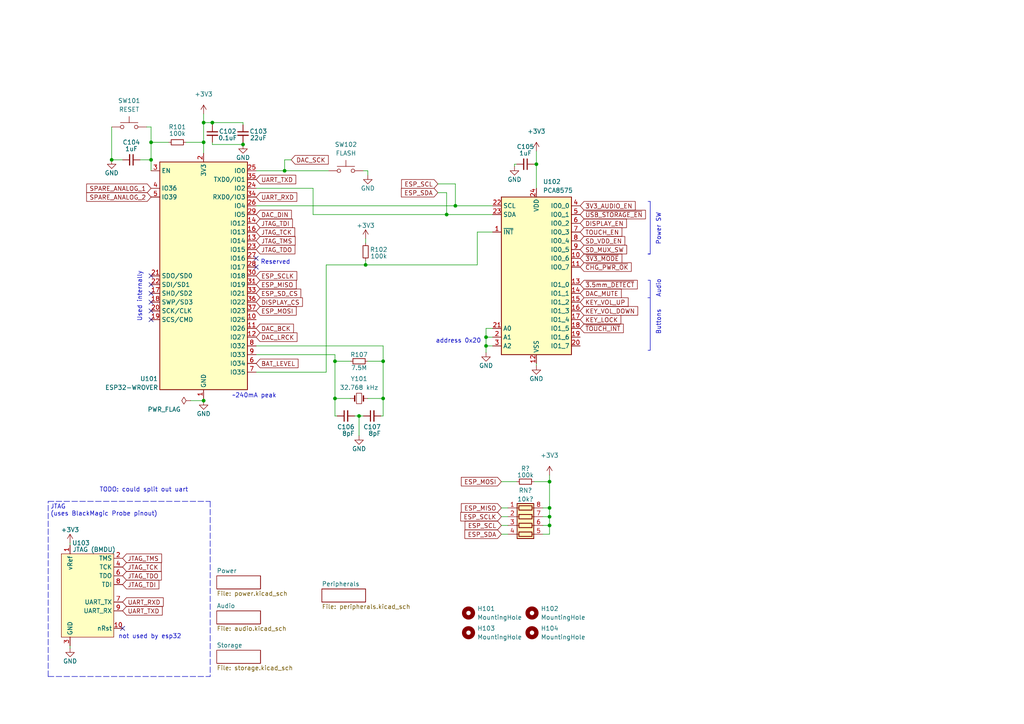
<source format=kicad_sch>
(kicad_sch (version 20211123) (generator eeschema)
  (paper "A4")
  (title_block (date "2022-09-04") (rev "1"))
  (lib_symbols
    (symbol "Device:C_Small" (pin_numbers hide) (pin_names (offset 0.254) hide)
      (property "Reference" "C" (at 0.254 1.778 0))
      (property "Value" "C_Small" (at 0.254 -2.032 0))
      (symbol "C_Small_0_1"
        (polyline (pts (xy -1.524 -0.508) (xy 1.524 -0.508)) (stroke (width 0.3302)))
        (polyline (pts (xy -1.524 0.508) (xy 1.524 0.508)) (stroke (width 0.3048)))
      )
      (symbol "C_Small_1_1"
        (pin passive line (at 0 2.54 270) (length 2.032) (name "~") (number "1"))
        (pin passive line (at 0 -2.54 90) (length 2.032) (name "~") (number "2"))
      )
    )
    (symbol "Device:Crystal_Small" (pin_numbers hide) (pin_names (offset 1.016) hide)
      (property "Reference" "Y" (at 0 2.54 0))
      (property "Value" "Crystal_Small" (at 0 -2.54 0))
      (symbol "Crystal_Small_0_1"
        (rectangle (start -0.762 -1.524) (end 0.762 1.524))
        (polyline (pts (xy -1.27 -0.762) (xy -1.27 0.762)) (stroke (width 0.381)))
        (polyline (pts (xy 1.27 -0.762) (xy 1.27 0.762)) (stroke (width 0.381)))
      )
      (symbol "Crystal_Small_1_1"
        (pin passive line (at -2.54 0 0) (length 1.27) (name "1") (number "1"))
        (pin passive line (at 2.54 0 180) (length 1.27) (name "2") (number "2"))
      )
    )
    (symbol "Device:R_Pack04" (pin_names (offset 0) hide)
      (property "Reference" "RN" (at -7.62 0 90))
      (property "Value" "R_Pack04" (at 5.08 0 90))
      (symbol "R_Pack04_0_1"
        (rectangle (start -6.35 -2.413) (end 3.81 2.413) (stroke (width 0.254)) (fill (type background)))
        (rectangle (start -5.715 1.905) (end -4.445 -1.905) (stroke (width 0.254)))
        (rectangle (start -3.175 1.905) (end -1.905 -1.905) (stroke (width 0.254)))
        (rectangle (start -0.635 1.905) (end 0.635 -1.905) (stroke (width 0.254)))
        (polyline (pts (xy -5.08 -2.54) (xy -5.08 -1.905)))
        (polyline (pts (xy -5.08 1.905) (xy -5.08 2.54)))
        (polyline (pts (xy -2.54 -2.54) (xy -2.54 -1.905)))
        (polyline (pts (xy -2.54 1.905) (xy -2.54 2.54)))
        (polyline (pts (xy 0 -2.54) (xy 0 -1.905)))
        (polyline (pts (xy 0 1.905) (xy 0 2.54)))
        (polyline (pts (xy 2.54 -2.54) (xy 2.54 -1.905)))
        (polyline (pts (xy 2.54 1.905) (xy 2.54 2.54)))
        (rectangle (start 1.905 1.905) (end 3.175 -1.905) (stroke (width 0.254)))
      )
      (symbol "R_Pack04_1_1"
        (pin passive line (at -5.08 -5.08 90) (length 2.54) (name "R1.1") (number "1"))
        (pin passive line (at -2.54 -5.08 90) (length 2.54) (name "R2.1") (number "2"))
        (pin passive line (at 0 -5.08 90) (length 2.54) (name "R3.1") (number "3"))
        (pin passive line (at 2.54 -5.08 90) (length 2.54) (name "R4.1") (number "4"))
        (pin passive line (at 2.54 5.08 270) (length 2.54) (name "R4.2") (number "5"))
        (pin passive line (at 0 5.08 270) (length 2.54) (name "R3.2") (number "6"))
        (pin passive line (at -2.54 5.08 270) (length 2.54) (name "R2.2") (number "7"))
        (pin passive line (at -5.08 5.08 270) (length 2.54) (name "R1.2") (number "8"))
      )
    )
    (symbol "Device:R_Small" (pin_numbers hide) (pin_names (offset 0.254) hide)
      (property "Reference" "R" (at 0.762 0.508 0))
      (property "Value" "R_Small" (at 0.762 -1.016 0))
      (symbol "R_Small_0_1"
        (rectangle (start -0.762 1.778) (end 0.762 -1.778) (stroke (width 0.2032)))
      )
      (symbol "R_Small_1_1"
        (pin passive line (at 0 2.54 270) (length 0.762) (name "~") (number "1"))
        (pin passive line (at 0 -2.54 90) (length 0.762) (name "~") (number "2"))
      )
    )
    (symbol "Interface_Expansion:PCA9555D"
      (property "Reference" "U" (at -8.89 24.13 0))
      (property "Value" "PCA9555D" (at 6.35 24.13 0))
      (symbol "PCA9555D_0_1"
        (rectangle (start -10.16 22.86) (end 10.16 -22.86) (stroke (width 0.254)) (fill (type background)))
      )
      (symbol "PCA9555D_1_1"
        (pin open_collector line (at -12.7 12.7 0) (length 2.54) (name "~{INT}") (number "1"))
        (pin bidirectional line (at 12.7 5.08 180) (length 2.54) (name "IO0_6") (number "10"))
        (pin bidirectional line (at 12.7 2.54 180) (length 2.54) (name "IO0_7") (number "11"))
        (pin power_in line (at 0 -25.4 90) (length 2.54) (name "VSS") (number "12"))
        (pin bidirectional line (at 12.7 -2.54 180) (length 2.54) (name "IO1_0") (number "13"))
        (pin bidirectional line (at 12.7 -5.08 180) (length 2.54) (name "IO1_1") (number "14"))
        (pin bidirectional line (at 12.7 -7.62 180) (length 2.54) (name "IO1_2") (number "15"))
        (pin bidirectional line (at 12.7 -10.16 180) (length 2.54) (name "IO1_3") (number "16"))
        (pin bidirectional line (at 12.7 -12.7 180) (length 2.54) (name "IO1_4") (number "17"))
        (pin bidirectional line (at 12.7 -15.24 180) (length 2.54) (name "IO1_5") (number "18"))
        (pin bidirectional line (at 12.7 -17.78 180) (length 2.54) (name "IO1_6") (number "19"))
        (pin input line (at -12.7 -17.78 0) (length 2.54) (name "A1") (number "2"))
        (pin bidirectional line (at 12.7 -20.32 180) (length 2.54) (name "IO1_7") (number "20"))
        (pin input line (at -12.7 -15.24 0) (length 2.54) (name "A0") (number "21"))
        (pin input line (at -12.7 20.32 0) (length 2.54) (name "SCL") (number "22"))
        (pin bidirectional line (at -12.7 17.78 0) (length 2.54) (name "SDA") (number "23"))
        (pin power_in line (at 0 25.4 270) (length 2.54) (name "VDD") (number "24"))
        (pin input line (at -12.7 -20.32 0) (length 2.54) (name "A2") (number "3"))
        (pin bidirectional line (at 12.7 20.32 180) (length 2.54) (name "IO0_0") (number "4"))
        (pin bidirectional line (at 12.7 17.78 180) (length 2.54) (name "IO0_1") (number "5"))
        (pin bidirectional line (at 12.7 15.24 180) (length 2.54) (name "IO0_2") (number "6"))
        (pin bidirectional line (at 12.7 12.7 180) (length 2.54) (name "IO0_3") (number "7"))
        (pin bidirectional line (at 12.7 10.16 180) (length 2.54) (name "IO0_4") (number "8"))
        (pin bidirectional line (at 12.7 7.62 180) (length 2.54) (name "IO0_5") (number "9"))
      )
    )
    (symbol "Mechanical:MountingHole" (pin_names (offset 1.016))
      (property "Reference" "H" (at 0 5.08 0))
      (property "Value" "MountingHole" (at 0 3.175 0))
      (symbol "MountingHole_0_1"
        (circle (center 0 0) (radius 1.27) (stroke (width 1.27)))
      )
    )
    (symbol "RF_Module:ESP32-WROOM-32U"
      (property "Reference" "U101" (at -18.415 -29.845 0))
      (property "Value" "ESP32-WROOM-32UE" (at -34.29 -32.385 0))
      (symbol "ESP32-WROOM-32U_0_1"
        (rectangle (start -12.7 33.02) (end 12.7 -33.02) (stroke (width 0.254)) (fill (type background)))
      )
      (symbol "ESP32-WROOM-32U_1_1"
        (pin power_in line (at 0 -35.56 90) (length 2.54) (name "GND") (number "1"))
        (pin bidirectional line (at 15.24 -12.7 180) (length 2.54) (name "IO25") (number "10"))
        (pin bidirectional line (at 15.24 -15.24 180) (length 2.54) (name "IO26") (number "11"))
        (pin bidirectional line (at 15.24 -17.78 180) (length 2.54) (name "IO27") (number "12"))
        (pin bidirectional line (at 15.24 10.16 180) (length 2.54) (name "IO14") (number "13"))
        (pin bidirectional line (at 15.24 15.24 180) (length 2.54) (name "IO12") (number "14"))
        (pin passive line (at 0 -35.56 90) (length 2.54) hide (name "GND") (number "15"))
        (pin bidirectional line (at 15.24 12.7 180) (length 2.54) (name "IO13") (number "16"))
        (pin bidirectional line (at -15.24 -5.08 0) (length 2.54) (name "SHD/SD2") (number "17"))
        (pin bidirectional line (at -15.24 -7.62 0) (length 2.54) (name "SWP/SD3") (number "18"))
        (pin bidirectional line (at -15.24 -12.7 0) (length 2.54) (name "SCS/CMD") (number "19"))
        (pin power_in line (at 0 35.56 270) (length 2.54) (name "3V3") (number "2"))
        (pin bidirectional line (at -15.24 -10.16 0) (length 2.54) (name "SCK/CLK") (number "20"))
        (pin bidirectional line (at -15.24 0 0) (length 2.54) (name "SDO/SD0") (number "21"))
        (pin bidirectional line (at -15.24 -2.54 0) (length 2.54) (name "SDI/SD1") (number "22"))
        (pin bidirectional line (at 15.24 7.62 180) (length 2.54) (name "IO15") (number "23"))
        (pin bidirectional line (at 15.24 25.4 180) (length 2.54) (name "IO2") (number "24"))
        (pin bidirectional line (at 15.24 30.48 180) (length 2.54) (name "IO0") (number "25"))
        (pin bidirectional line (at 15.24 20.32 180) (length 2.54) (name "IO4") (number "26"))
        (pin bidirectional line (at 15.24 5.08 180) (length 2.54) (name "IO16") (number "27"))
        (pin bidirectional line (at 15.24 2.54 180) (length 2.54) (name "IO17") (number "28"))
        (pin bidirectional line (at 15.24 17.78 180) (length 2.54) (name "IO5") (number "29"))
        (pin input line (at -15.24 30.48 0) (length 2.54) (name "EN") (number "3"))
        (pin bidirectional line (at 15.24 0 180) (length 2.54) (name "IO18") (number "30"))
        (pin bidirectional line (at 15.24 -2.54 180) (length 2.54) (name "IO19") (number "31"))
        (pin no_connect line (at -12.7 -27.94 0) (length 2.54) hide (name "NC") (number "32"))
        (pin bidirectional line (at 15.24 -5.08 180) (length 2.54) (name "IO21") (number "33"))
        (pin bidirectional line (at 15.24 22.86 180) (length 2.54) (name "RXD0/IO3") (number "34"))
        (pin bidirectional line (at 15.24 27.94 180) (length 2.54) (name "TXD0/IO1") (number "35"))
        (pin bidirectional line (at 15.24 -7.62 180) (length 2.54) (name "IO22") (number "36"))
        (pin bidirectional line (at 15.24 -10.16 180) (length 2.54) (name "IO23") (number "37"))
        (pin passive line (at 0 -35.56 90) (length 2.54) hide (name "GND") (number "38"))
        (pin passive line (at 0 -35.56 90) (length 2.54) hide (name "GND") (number "39"))
        (pin input line (at -15.24 25.4 0) (length 2.54) (name "IO36") (number "4"))
        (pin input line (at -15.24 22.86 0) (length 2.54) (name "IO39") (number "5"))
        (pin input line (at 15.24 -25.4 180) (length 2.54) (name "IO34") (number "6"))
        (pin input line (at 15.24 -27.94 180) (length 2.54) (name "IO35") (number "7"))
        (pin bidirectional line (at 15.24 -20.32 180) (length 2.54) (name "IO32") (number "8"))
        (pin bidirectional line (at 15.24 -22.86 180) (length 2.54) (name "IO33") (number "9"))
      )
    )
    (symbol "Switch:SW_Push" (pin_numbers hide) (pin_names (offset 1.016) hide)
      (property "Reference" "SW" (at 1.27 2.54 0))
      (property "Value" "SW_Push" (at 0 -1.524 0))
      (symbol "SW_Push_0_1"
        (circle (center -2.032 0) (radius 0.508))
        (polyline (pts (xy 0 1.27) (xy 0 3.048)))
        (polyline (pts (xy 2.54 1.27) (xy -2.54 1.27)))
        (circle (center 2.032 0) (radius 0.508))
        (pin passive line (at -5.08 0 0) (length 2.54) (name "1") (number "1"))
        (pin passive line (at 5.08 0 180) (length 2.54) (name "2") (number "2"))
      )
    )
    (symbol "power:+3V3" (power) (pin_names (offset 0))
      (property "Value" "+3V3" (at 0 3.556 0))
      (symbol "+3V3_0_1"
        (polyline (pts (xy -0.762 1.27) (xy 0 2.54)))
        (polyline (pts (xy 0 0) (xy 0 2.54)))
        (polyline (pts (xy 0 2.54) (xy 0.762 1.27)))
      )
      (symbol "+3V3_1_1"
        (pin power_in line (at 0 0 90) (length 0) hide (name "+3V3") (number "1"))
      )
    )
    (symbol "power:GND" (power) (pin_names (offset 0))
      (property "Value" "GND" (at 0 -3.81 0))
      (symbol "GND_0_1"
        (polyline (pts (xy 0 0) (xy 0 -1.27) (xy 1.27 -1.27) (xy 0 -2.54) (xy -1.27 -1.27) (xy 0 -1.27)))
      )
      (symbol "GND_1_1"
        (pin power_in line (at 0 0 270) (length 0) hide (name "GND") (number "1"))
      )
    )
    (symbol "power:PWR_FLAG" (power) (pin_numbers hide) (pin_names (offset 0) hide)
      (property "Value" "PWR_FLAG" (at 0 3.81 0))
      (symbol "PWR_FLAG_0_0"
        (pin power_out line (at 0 0 90) (length 0) (name "pwr") (number "1"))
      )
      (symbol "PWR_FLAG_0_1"
        (polyline (pts (xy 0 0) (xy 0 1.27) (xy -1.016 1.905) (xy 0 2.54) (xy 1.016 1.905) (xy 0 1.27)))
      )
    )
    (symbol "symbols:BMDU"
      (property "Reference" "U" (at -5.08 6.35 0))
      (property "Value" "BMDU" (at -5.08 6.35 0))
      (symbol "BMDU_0_0"
        (pin unspecified line (at -5.08 20.32 270) (length 2.54) (name "vRef") (number "1"))
        (pin unspecified line (at 10.16 -3.81 180) (length 2.54) (name "nRst") (number "10"))
        (pin unspecified line (at 10.16 16.51 180) (length 2.54) (name "TMS") (number "2"))
        (pin unspecified line (at -5.08 -8.89 90) (length 2.54) (name "GND") (number "3"))
        (pin unspecified line (at 10.16 13.97 180) (length 2.54) (name "TCK") (number "4"))
        (pin unspecified line (at -5.08 -8.89 90) (length 2.54) hide (name "GND") (number "5"))
        (pin unspecified line (at 10.16 11.43 180) (length 2.54) (name "TDO") (number "6"))
        (pin unspecified line (at 10.16 3.81 180) (length 2.54) (name "UART_TX") (number "7"))
        (pin unspecified line (at 10.16 8.89 180) (length 2.54) (name "TDI") (number "8"))
        (pin unspecified line (at 10.16 1.27 180) (length 2.54) (name "UART_RX") (number "9"))
      )
      (symbol "BMDU_0_1"
        (rectangle (start -7.62 17.78) (end 7.62 -6.35) (fill (type background)))
      )
    )
  )
  (junction (at 59.055 41.275))
  (junction (at 97.155 104.775))
  (junction (at 159.385 139.7))
  (junction (at 106.045 76.835))
  (junction (at 82.55 49.53))
  (junction (at 132.08 59.69))
  (junction (at 140.97 100.33))
  (junction (at 104.14 120.65))
  (junction (at 70.485 41.91))
  (junction (at 32.385 46.355))
  (junction (at 129.54 62.23))
  (junction (at 159.385 149.86))
  (junction (at 43.815 46.355))
  (junction (at 140.97 97.79))
  (junction (at 61.595 35.56))
  (junction (at 111.125 104.775))
  (junction (at 159.385 147.32))
  (junction (at 59.055 35.56))
  (junction (at 111.125 115.57))
  (junction (at 97.155 115.57))
  (junction (at 159.385 152.4))
  (junction (at 43.815 41.275))
  (junction (at 155.575 47.625))
  (junction (at 59.055 116.205))
  (no_connect (at 43.815 80.01))
  (no_connect (at 43.815 82.55))
  (no_connect (at 43.815 85.09))
  (no_connect (at 43.815 87.63))
  (no_connect (at 43.815 90.17))
  (no_connect (at 43.815 92.71))
  (no_connect (at 74.295 74.93))
  (no_connect (at 74.295 77.47))
  (no_connect (at 35.56 182.245))
  (wire (pts (xy 145.415 152.4) (xy 147.32 152.4)))
  (wire (pts (xy 142.875 97.79) (xy 140.97 97.79)))
  (wire (pts (xy 97.155 115.57) (xy 101.6 115.57)))
  (wire (pts (xy 157.48 152.4) (xy 159.385 152.4)))
  (wire (pts (xy 149.86 47.625) (xy 149.225 47.625)))
  (wire (pts (xy 111.125 104.775) (xy 111.125 115.57)))
  (wire (pts (xy 138.43 76.835) (xy 106.045 76.835)))
  (wire (pts (xy 82.55 46.355) (xy 82.55 49.53)))
  (wire (pts (xy 140.97 95.25) (xy 140.97 97.79)))
  (wire (pts (xy 154.94 139.7) (xy 159.385 139.7)))
  (wire (pts (xy 145.415 149.86) (xy 147.32 149.86)))
  (wire (pts (xy 42.545 36.83) (xy 43.815 36.83)))
  (polyline (pts (xy 187.96 73.66) (xy 188.595 73.66)) (stroke (width 0) (type solid)))
  (wire (pts (xy 97.155 115.57) (xy 97.155 120.65)))
  (wire (pts (xy 106.68 49.53) (xy 106.68 50.8)))
  (polyline (pts (xy 187.96 81.28) (xy 188.595 81.28)) (stroke (width 0) (type solid)))
  (wire (pts (xy 74.295 100.33) (xy 111.125 100.33)))
  (wire (pts (xy 61.595 41.275) (xy 61.595 41.91)))
  (wire (pts (xy 32.385 36.83) (xy 32.385 46.355)))
  (wire (pts (xy 74.295 102.87) (xy 97.155 102.87)))
  (wire (pts (xy 159.385 149.86) (xy 159.385 152.4)))
  (wire (pts (xy 59.055 35.56) (xy 59.055 41.275)))
  (wire (pts (xy 90.805 54.61) (xy 90.805 62.23)))
  (wire (pts (xy 53.975 41.275) (xy 59.055 41.275)))
  (wire (pts (xy 127 53.34) (xy 132.08 53.34)))
  (wire (pts (xy 74.295 54.61) (xy 90.805 54.61)))
  (polyline (pts (xy 188.595 58.42) (xy 188.595 73.66)) (stroke (width 0) (type solid)))
  (wire (pts (xy 145.415 147.32) (xy 147.32 147.32)))
  (wire (pts (xy 43.815 36.83) (xy 43.815 41.275)))
  (wire (pts (xy 145.415 139.7) (xy 149.86 139.7)))
  (wire (pts (xy 104.14 120.65) (xy 104.14 126.365)))
  (wire (pts (xy 40.64 46.355) (xy 43.815 46.355)))
  (wire (pts (xy 59.055 116.205) (xy 59.055 115.57)))
  (wire (pts (xy 43.815 41.275) (xy 43.815 46.355)))
  (wire (pts (xy 159.385 147.32) (xy 159.385 149.86)))
  (wire (pts (xy 61.595 35.56) (xy 70.485 35.56)))
  (wire (pts (xy 20.32 157.48) (xy 20.32 158.115)))
  (wire (pts (xy 155.575 106.045) (xy 155.575 105.41)))
  (polyline (pts (xy 13.97 196.215) (xy 13.97 145.415)))
  (wire (pts (xy 74.295 49.53) (xy 82.55 49.53)))
  (wire (pts (xy 111.125 100.33) (xy 111.125 104.775)))
  (wire (pts (xy 155.575 43.815) (xy 155.575 47.625)))
  (wire (pts (xy 157.48 149.86) (xy 159.385 149.86)))
  (wire (pts (xy 159.385 152.4) (xy 159.385 154.94)))
  (wire (pts (xy 159.385 154.94) (xy 157.48 154.94)))
  (wire (pts (xy 70.485 36.195) (xy 70.485 35.56)))
  (wire (pts (xy 84.455 46.355) (xy 82.55 46.355)))
  (wire (pts (xy 102.87 120.65) (xy 104.14 120.65)))
  (wire (pts (xy 59.055 41.275) (xy 59.055 44.45)))
  (wire (pts (xy 138.43 67.31) (xy 142.875 67.31)))
  (wire (pts (xy 97.155 104.775) (xy 101.6 104.775)))
  (wire (pts (xy 97.155 104.775) (xy 97.155 115.57)))
  (wire (pts (xy 105.41 49.53) (xy 106.68 49.53)))
  (wire (pts (xy 82.55 49.53) (xy 95.25 49.53)))
  (wire (pts (xy 132.08 59.69) (xy 142.875 59.69)))
  (wire (pts (xy 111.125 115.57) (xy 111.125 120.65)))
  (wire (pts (xy 138.43 67.31) (xy 138.43 76.835)))
  (wire (pts (xy 32.385 46.355) (xy 35.56 46.355)))
  (wire (pts (xy 74.295 59.69) (xy 132.08 59.69)))
  (polyline (pts (xy 187.96 86.36) (xy 188.595 86.36)) (stroke (width 0) (type solid)))
  (polyline (pts (xy 188.595 86.36) (xy 188.595 101.6)) (stroke (width 0) (type solid)))
  (wire (pts (xy 59.055 33.02) (xy 59.055 35.56)))
  (wire (pts (xy 97.155 102.87) (xy 97.155 104.775)))
  (wire (pts (xy 59.055 35.56) (xy 61.595 35.56)))
  (wire (pts (xy 61.595 41.91) (xy 70.485 41.91)))
  (polyline (pts (xy 187.96 86.36) (xy 188.595 86.36)) (stroke (width 0) (type solid)))
  (wire (pts (xy 140.97 97.79) (xy 140.97 100.33)))
  (wire (pts (xy 129.54 55.88) (xy 129.54 62.23)))
  (polyline (pts (xy 187.96 101.6) (xy 188.595 101.6)) (stroke (width 0) (type solid)))
  (wire (pts (xy 74.295 107.95) (xy 94.615 107.95)))
  (wire (pts (xy 55.245 116.205) (xy 59.055 116.205)))
  (polyline (pts (xy 187.96 73.66) (xy 188.595 73.66)) (stroke (width 0) (type solid)))
  (wire (pts (xy 43.815 46.355) (xy 43.815 49.53)))
  (wire (pts (xy 106.045 70.485) (xy 106.045 69.215)))
  (wire (pts (xy 48.895 41.275) (xy 43.815 41.275)))
  (wire (pts (xy 149.225 47.625) (xy 149.225 48.26)))
  (wire (pts (xy 106.68 104.775) (xy 111.125 104.775)))
  (polyline (pts (xy 13.97 145.415) (xy 60.96 145.415)))
  (wire (pts (xy 154.94 47.625) (xy 155.575 47.625)))
  (wire (pts (xy 157.48 147.32) (xy 159.385 147.32)))
  (wire (pts (xy 142.875 100.33) (xy 140.97 100.33)))
  (wire (pts (xy 155.575 47.625) (xy 155.575 54.61)))
  (wire (pts (xy 159.385 139.7) (xy 159.385 147.32)))
  (wire (pts (xy 110.49 120.65) (xy 111.125 120.65)))
  (wire (pts (xy 104.14 120.65) (xy 105.41 120.65)))
  (wire (pts (xy 132.08 53.34) (xy 132.08 59.69)))
  (wire (pts (xy 129.54 62.23) (xy 142.875 62.23)))
  (polyline (pts (xy 187.96 86.36) (xy 188.595 86.36)))
  (wire (pts (xy 61.595 35.56) (xy 61.595 36.195)))
  (wire (pts (xy 127 55.88) (xy 129.54 55.88)))
  (wire (pts (xy 70.485 41.91) (xy 70.485 41.275)))
  (wire (pts (xy 94.615 76.835) (xy 94.615 107.95)))
  (wire (pts (xy 140.97 100.33) (xy 140.97 102.235)))
  (wire (pts (xy 97.79 120.65) (xy 97.155 120.65)))
  (polyline (pts (xy 13.97 196.215) (xy 60.96 196.215)))
  (wire (pts (xy 90.805 62.23) (xy 129.54 62.23)))
  (wire (pts (xy 20.32 187.325) (xy 20.32 187.96)))
  (wire (pts (xy 106.045 75.565) (xy 106.045 76.835)))
  (polyline (pts (xy 188.595 81.28) (xy 188.595 86.36)) (stroke (width 0) (type solid)))
  (polyline (pts (xy 60.96 145.415) (xy 60.96 196.215)))
  (wire (pts (xy 106.045 76.835) (xy 94.615 76.835)))
  (wire (pts (xy 145.415 154.94) (xy 147.32 154.94)))
  (wire (pts (xy 106.68 115.57) (xy 111.125 115.57)))
  (wire (pts (xy 159.385 137.795) (xy 159.385 139.7)))
  (polyline (pts (xy 187.96 58.42) (xy 188.595 58.42)) (stroke (width 0) (type solid)))
  (wire (pts (xy 142.875 95.25) (xy 140.97 95.25)))
  (text "Audio" (at 191.77 86.36 90) (effects (font (size 1.27 1.27)) (justify left bottom)))
  (text "Buttons" (at 191.77 97.155 90) (effects (font (size 1.27 1.27)) (justify left bottom)))
  (text "~240mA peak" (at 67.31 115.57 0) (effects (font (size 1.27 1.27)) (justify left bottom)))
  (text "Power SW" (at 191.77 71.12 90) (effects (font (size 1.27 1.27)) (justify left bottom)))
  (text "TODO: could split out uart" (at 54.61 142.875 180) (effects (font (size 1.27 1.27)) (justify right bottom)))
  (text "not used by esp32" (at 34.29 185.42 0) (effects (font (size 1.27 1.27)) (justify left bottom)))
  (text "Used internally" (at 41.275 93.345 90) (effects (font (size 1.27 1.27)) (justify left bottom)))
  (text "address 0x20" (at 126.365 99.695 0) (effects (font (size 1.27 1.27)) (justify left bottom)))
  (text "JTAG\n(uses BlackMagic Probe pinout)" (at 14.605 149.86 0) (effects (font (size 1.27 1.27)) (justify left bottom)))
  (text "Reserved" (at 75.565 76.835 0) (effects (font (size 1.27 1.27)) (justify left bottom)))
  (global_label "UART_TXD" (shape input) (at 74.295 52.07 0) (property "Intersheet References" "${INTERSHEET_REFS}" (effects hide)))
  (global_label "JTAG_TDI" (shape input) (at 35.56 169.545 0) (property "Intersheet References" "${INTERSHEET_REFS}" (effects hide)))
  (global_label "JTAG_TCK" (shape input) (at 35.56 164.465 0) (property "Intersheet References" "${INTERSHEET_REFS}" (effects hide)))
  (global_label "JTAG_TDO" (shape input) (at 35.56 167.005 0) (property "Intersheet References" "${INTERSHEET_REFS}" (effects hide)))
  (global_label "KEY_VOL_DOWN" (shape input) (at 168.275 90.17 0) (property "Intersheet References" "${INTERSHEET_REFS}" (effects hide)))
  (global_label "DAC_LRCK" (shape input) (at 74.295 97.79 0) (property "Intersheet References" "${INTERSHEET_REFS}" (effects hide)))
  (global_label "BAT_LEVEL" (shape input) (at 74.295 105.41 0) (property "Intersheet References" "${INTERSHEET_REFS}" (effects hide)))
  (global_label "UART_RXD" (shape input) (at 74.295 57.15 0) (property "Intersheet References" "${INTERSHEET_REFS}" (effects hide)))
  (global_label "DAC_SCK" (shape input) (at 84.455 46.355 0) (property "Intersheet References" "${INTERSHEET_REFS}" (effects hide)))
  (global_label "ESP_MOSI" (shape input) (at 74.295 90.17 0) (property "Intersheet References" "${INTERSHEET_REFS}" (effects hide)))
  (global_label "DAC_BCK" (shape input) (at 74.295 95.25 0) (property "Intersheet References" "${INTERSHEET_REFS}" (effects hide)))
  (global_label "~{TOUCH_INT}" (shape input) (at 168.275 95.25 0) (property "Intersheet References" "${INTERSHEET_REFS}" (effects hide)))
  (global_label "DISPLAY_EN" (shape input) (at 168.275 64.77 0) (property "Intersheet References" "${INTERSHEET_REFS}" (effects hide)))
  (global_label "SPARE_ANALOG_1" (shape input) (at 43.815 54.61 180) (property "Intersheet References" "${INTERSHEET_REFS}" (effects hide)))
  (global_label "KEY_VOL_UP" (shape input) (at 168.275 87.63 0) (property "Intersheet References" "${INTERSHEET_REFS}" (effects hide)))
  (global_label "ESP_SCL" (shape input) (at 145.415 152.4 180) (property "Intersheet References" "${INTERSHEET_REFS}" (effects hide)))
  (global_label "~{CHG_PWR_OK}" (shape input) (at 168.275 77.47 0) (property "Intersheet References" "${INTERSHEET_REFS}" (effects hide)))
  (global_label "ESP_SDA" (shape input) (at 145.415 154.94 180) (property "Intersheet References" "${INTERSHEET_REFS}" (effects hide)))
  (global_label "ESP_SD_CS" (shape input) (at 74.295 85.09 0) (property "Intersheet References" "${INTERSHEET_REFS}" (effects hide)))
  (global_label "3V3_AUDIO_EN" (shape input) (at 168.275 59.69 0) (property "Intersheet References" "${INTERSHEET_REFS}" (effects hide)))
  (global_label "JTAG_TCK" (shape input) (at 74.295 67.31 0) (property "Intersheet References" "${INTERSHEET_REFS}" (effects hide)))
  (global_label "ESP_SCLK" (shape input) (at 145.415 149.86 180) (property "Intersheet References" "${INTERSHEET_REFS}" (effects hide)))
  (global_label "DAC_MUTE" (shape input) (at 168.275 85.09 0) (property "Intersheet References" "${INTERSHEET_REFS}" (effects hide)))
  (global_label "JTAG_TDO" (shape input) (at 74.295 72.39 0) (property "Intersheet References" "${INTERSHEET_REFS}" (effects hide)))
  (global_label "SD_VDD_EN" (shape input) (at 168.275 69.85 0) (property "Intersheet References" "${INTERSHEET_REFS}" (effects hide)))
  (global_label "~{USB_STORAGE_EN}" (shape input) (at 168.275 62.23 0) (property "Intersheet References" "${INTERSHEET_REFS}" (effects hide)))
  (global_label "TOUCH_EN" (shape input) (at 168.275 67.31 0) (property "Intersheet References" "${INTERSHEET_REFS}" (effects hide)))
  (global_label "ESP_MISO" (shape input) (at 74.295 82.55 0) (property "Intersheet References" "${INTERSHEET_REFS}" (effects hide)))
  (global_label "~{3.5mm_DETECT}" (shape input) (at 168.275 82.55 0) (property "Intersheet References" "${INTERSHEET_REFS}" (effects hide)))
  (global_label "UART_TXD" (shape input) (at 35.56 177.165 0) (property "Intersheet References" "${INTERSHEET_REFS}" (effects hide)))
  (global_label "KEY_LOCK" (shape input) (at 168.275 92.71 0) (property "Intersheet References" "${INTERSHEET_REFS}" (effects hide)))
  (global_label "ESP_MOSI" (shape input) (at 145.415 139.7 180) (property "Intersheet References" "${INTERSHEET_REFS}" (effects hide)))
  (global_label "JTAG_TDI" (shape input) (at 74.295 64.77 0) (property "Intersheet References" "${INTERSHEET_REFS}" (effects hide)))
  (global_label "ESP_SCLK" (shape input) (at 74.295 80.01 0) (property "Intersheet References" "${INTERSHEET_REFS}" (effects hide)))
  (global_label "SD_MUX_SW" (shape input) (at 168.275 72.39 0) (property "Intersheet References" "${INTERSHEET_REFS}" (effects hide)))
  (global_label "DISPLAY_CS" (shape input) (at 74.295 87.63 0) (property "Intersheet References" "${INTERSHEET_REFS}" (effects hide)))
  (global_label "UART_RXD" (shape input) (at 35.56 174.625 0) (property "Intersheet References" "${INTERSHEET_REFS}" (effects hide)))
  (global_label "JTAG_TMS" (shape input) (at 74.295 69.85 0) (property "Intersheet References" "${INTERSHEET_REFS}" (effects hide)))
  (global_label "SPARE_ANALOG_2" (shape input) (at 43.815 57.15 180) (property "Intersheet References" "${INTERSHEET_REFS}" (effects hide)))
  (global_label "~{3V3_MODE}" (shape input) (at 168.275 74.93 0) (property "Intersheet References" "${INTERSHEET_REFS}" (effects hide)))
  (global_label "ESP_SDA" (shape input) (at 127 55.88 180) (property "Intersheet References" "${INTERSHEET_REFS}" (effects hide)))
  (global_label "ESP_SCL" (shape input) (at 127 53.34 180) (property "Intersheet References" "${INTERSHEET_REFS}" (effects hide)))
  (global_label "DAC_DIN" (shape input) (at 74.295 62.23 0) (property "Intersheet References" "${INTERSHEET_REFS}" (effects hide)))
  (global_label "ESP_MISO" (shape input) (at 145.415 147.32 180) (property "Intersheet References" "${INTERSHEET_REFS}" (effects hide)))
  (global_label "JTAG_TMS" (shape input) (at 35.56 161.925 0) (property "Intersheet References" "${INTERSHEET_REFS}" (effects hide)))
  (symbol (lib_id "Switch:SW_Push") (at 37.465 36.83 0) (unit 1)
    (property "Reference" "SW101" (at 37.465 29.21 0))
    (property "Value" "RESET" (at 37.465 31.75 0))
  )
  (symbol (lib_id "power:GND") (at 59.055 116.205 0) (unit 1)
    (property "Reference" "#PWR0115" (effects hide))
    (property "Value" "GND" (at 59.055 120.015 0))
  )
  (symbol (lib_id "power:+3V3") (at 20.32 157.48 0) (unit 1)
    (property "Reference" "#PWR0117" (effects hide))
    (property "Value" "+3V3" (at 20.32 153.67 0))
  )
  (symbol (lib_id "Device:C_Small") (at 152.4 47.625 270) (unit 1)
    (property "Reference" "C105" (at 152.4 42.545 90))
    (property "Value" "1uF" (at 152.4 44.45 90))
    (property "Footprint" "Capacitor_SMD:C_0805_2012Metric" (effects hide))
    (property "PN" "EMK212BJ105KG-T" (effects hide))
  )
  (symbol (lib_id "Mechanical:MountingHole") (at 135.89 183.515 0) (unit 1) (in_bom no)
    (property "Reference" "H103" (at 138.43 182.2449 0) (effects (justify left)))
    (property "Value" "MountingHole" (at 138.43 184.7849 0) (effects (justify left)))
    (property "Footprint" "MountingHole:MountingHole_2.2mm_M2" (effects hide))
  )
  (symbol (lib_id "RF_Module:ESP32-WROOM-32U") (at 59.055 80.01 0) (unit 1)
    (property "Reference" "U101" (at 40.64 109.855 0) (effects (justify left)))
    (property "Value" "ESP32-WROVER" (at 30.48 112.395 0) (effects (justify left)))
    (property "Footprint" "footprints:ESP32-WROVER" (effects hide))
    (property "Datasheet" "https://www.espressif.com/sites/default/files/documentation/esp32-wroom-32d_esp32-wroom-32u_datasheet_en.pdf" (effects hide))
    (property "PN" "ESP32-WROVER-IE-N16R8" (effects hide))
  )
  (symbol (lib_id "Device:R_Small") (at 152.4 139.7 270) (mirror x) (unit 1)
    (property "Reference" "R?" (at 152.4 135.89 90))
    (property "Value" "100k" (at 152.4 137.795 90))
    (property "Footprint" "Resistor_SMD:R_0603_1608Metric" (effects hide))
    (property "PN" "RC0603JR-10100KL" (effects hide))
  )
  (symbol (lib_id "Device:C_Small") (at 107.95 120.65 90) (unit 1)
    (property "Reference" "C107" (at 110.49 123.825 90) (effects (justify left)))
    (property "Value" "8pF" (at 110.49 125.73 90) (effects (justify left)))
    (property "Footprint" "Capacitor_SMD:C_0603_1608Metric" (effects hide))
    (property "PN" "GQM1875C2E8R0CB12D" (effects hide))
  )
  (symbol (lib_id "Device:C_Small") (at 61.595 38.735 0) (unit 1)
    (property "Reference" "C102" (at 66.04 38.1 0))
    (property "Value" "0.1uF" (at 66.04 40.005 0))
    (property "Footprint" "Capacitor_SMD:C_0805_2012Metric" (effects hide))
    (property "PN" "0805YD104KAT2A" (effects hide))
  )
  (symbol (lib_id "power:GND") (at 20.32 187.96 0) (unit 1)
    (property "Reference" "#PWR0118" (effects hide))
    (property "Value" "GND" (at 20.32 191.77 0))
  )
  (symbol (lib_id "power:GND") (at 106.68 50.8 0) (unit 1)
    (property "Reference" "#PWR0127" (effects hide))
    (property "Value" "GND" (at 106.68 54.61 0))
  )
  (symbol (lib_id "Interface_Expansion:PCA9555D") (at 155.575 80.01 0) (unit 1)
    (property "Reference" "U102" (at 157.48 52.705 0) (effects (justify left)))
    (property "Value" "PCA8575" (at 157.48 55.245 0) (effects (justify left)))
    (property "Footprint" "Package_SO:SSOP-24_3.9x8.7mm_P0.635mm" (effects hide))
    (property "Datasheet" "https://www.nxp.com/docs/en/data-sheet/PCA9555.pdf" (effects hide))
    (property "PN" "PCA8575" (effects hide))
  )
  (symbol (lib_id "power:GND") (at 32.385 46.355 0) (unit 1)
    (property "Reference" "#PWR0107" (effects hide))
    (property "Value" "GND" (at 32.385 50.165 0))
  )
  (symbol (lib_id "power:GND") (at 149.225 48.26 0) (unit 1)
    (property "Reference" "#PWR0108" (effects hide))
    (property "Value" "GND" (at 149.225 52.07 0))
  )
  (symbol (lib_id "Device:R_Small") (at 104.14 104.775 90) (unit 1)
    (property "Reference" "R107" (at 104.14 102.87 90))
    (property "Value" "7.5M" (at 104.14 106.68 90))
    (property "Footprint" "Resistor_SMD:R_0603_1608Metric" (effects hide))
    (property "PN" "RC0603FR-077M5L" (effects hide))
  )
  (symbol (lib_id "power:+3V3") (at 159.385 137.795 0) (unit 1)
    (property "Reference" "#PWR?" (effects hide))
    (property "Value" "+3V3" (at 159.385 132.08 0))
  )
  (symbol (lib_id "Device:R_Small") (at 51.435 41.275 90) (unit 1)
    (property "Reference" "R101" (at 51.435 36.83 90))
    (property "Value" "100k" (at 51.435 38.735 90))
    (property "Footprint" "Resistor_SMD:R_0603_1608Metric" (effects hide))
    (property "PN" "RC0603JR-10100KL" (effects hide))
  )
  (symbol (lib_id "Device:C_Small") (at 100.33 120.65 90) (unit 1)
    (property "Reference" "C106" (at 102.87 123.825 90) (effects (justify left)))
    (property "Value" "8pF" (at 102.87 125.73 90) (effects (justify left)))
    (property "Footprint" "Capacitor_SMD:C_0603_1608Metric" (effects hide))
    (property "PN" "GQM1875C2E8R0CB12D" (effects hide))
  )
  (symbol (lib_id "Device:R_Small") (at 106.045 73.025 0) (unit 1)
    (property "Reference" "R102" (at 109.855 72.39 0))
    (property "Value" "100k" (at 109.855 74.295 0))
    (property "Footprint" "Resistor_SMD:R_0603_1608Metric" (effects hide))
    (property "PN" "RC0603JR-10100KL" (effects hide))
  )
  (symbol (lib_id "power:GND") (at 140.97 102.235 0) (unit 1)
    (property "Reference" "#PWR0113" (effects hide))
    (property "Value" "GND" (at 140.97 106.045 0))
  )
  (symbol (lib_id "power:+3V3") (at 106.045 69.215 0) (unit 1)
    (property "Reference" "#PWR0104" (effects hide))
    (property "Value" "+3V3" (at 106.045 65.405 0))
  )
  (symbol (lib_id "Device:C_Small") (at 70.485 38.735 0) (unit 1)
    (property "Reference" "C103" (at 74.93 38.1 0))
    (property "Value" "22uF" (at 74.93 40.005 0))
    (property "Footprint" "Capacitor_SMD:C_0805_2012Metric" (effects hide))
    (property "PN" "EMK212BBJ226MG-T " (effects hide))
  )
  (symbol (lib_id "power:+3V3") (at 155.575 43.815 0) (unit 1)
    (property "Reference" "#PWR0106" (effects hide))
    (property "Value" "+3V3" (at 155.575 38.1 0))
  )
  (symbol (lib_id "power:GND") (at 104.14 126.365 0) (unit 1)
    (property "Reference" "#PWR0116" (effects hide))
    (property "Value" "GND" (at 104.14 130.175 0))
  )
  (symbol (lib_id "Mechanical:MountingHole") (at 135.89 177.8 0) (unit 1) (in_bom no)
    (property "Reference" "H101" (at 138.43 176.5299 0) (effects (justify left)))
    (property "Value" "MountingHole" (at 138.43 179.0699 0) (effects (justify left)))
    (property "Footprint" "MountingHole:MountingHole_2.2mm_M2" (effects hide))
  )
  (symbol (lib_id "power:PWR_FLAG") (at 55.245 116.205 90) (unit 1)
    (property "Reference" "#FLG0101" (effects hide))
    (property "Value" "PWR_FLAG" (at 47.625 118.745 90))
  )
  (symbol (lib_id "symbols:BMDU") (at 25.4 178.435 0) (unit 1)
    (property "Reference" "U103" (at 23.495 157.48 0))
    (property "Value" "JTAG (BMDU)" (at 27.305 159.385 0))
    (property "Footprint" "Connector_PinHeader_1.27mm:PinHeader_2x05_P1.27mm_Vertical_SMD" (effects hide))
    (property "Datasheet" "SAM8796-ND" (effects hide))
    (property "PN" "FTSH-105-01-F-DV-K" (effects hide))
  )
  (symbol (lib_id "power:GND") (at 155.575 106.045 0) (unit 1)
    (property "Reference" "#PWR0114" (effects hide))
    (property "Value" "GND" (at 155.575 109.855 0))
  )
  (symbol (lib_id "Device:R_Pack04") (at 152.4 152.4 270) (unit 1)
    (property "Reference" "RN?" (at 152.4 142.24 90))
    (property "Value" "10k?" (at 152.4 144.78 90))
  )
  (symbol (lib_id "power:+3V3") (at 59.055 33.02 0) (unit 1)
    (property "Reference" "#PWR0102" (effects hide))
    (property "Value" "+3V3" (at 59.055 27.305 0))
  )
  (symbol (lib_id "power:GND") (at 70.485 41.91 0) (unit 1)
    (property "Reference" "#PWR0105" (effects hide))
    (property "Value" "GND" (at 70.485 45.72 0))
  )
  (symbol (lib_id "Mechanical:MountingHole") (at 154.305 183.515 0) (unit 1) (in_bom no)
    (property "Reference" "H104" (at 156.845 182.2449 0) (effects (justify left)))
    (property "Value" "MountingHole" (at 156.845 184.7849 0) (effects (justify left)))
    (property "Footprint" "MountingHole:MountingHole_2.2mm_M2" (effects hide))
  )
  (symbol (lib_id "Switch:SW_Push") (at 100.33 49.53 0) (unit 1)
    (property "Reference" "SW102" (at 100.33 41.91 0))
    (property "Value" "FLASH" (at 100.33 44.45 0))
  )
  (symbol (lib_id "Device:Crystal_Small") (at 104.14 115.57 0) (unit 1)
    (property "Reference" "Y101" (at 104.14 109.855 0))
    (property "Value" "32.768 kHz" (at 104.14 112.395 0))
    (property "Footprint" "Crystal:Crystal_SMD_3215-2Pin_3.2x1.5mm" (effects hide))
    (property "PN" "FC-135 32.7680KA-AG0" (effects hide))
  )
  (symbol (lib_id "Mechanical:MountingHole") (at 154.305 177.8 0) (unit 1) (in_bom no)
    (property "Reference" "H102" (at 156.845 176.5299 0) (effects (justify left)))
    (property "Value" "MountingHole" (at 156.845 179.0699 0) (effects (justify left)))
    (property "Footprint" "MountingHole:MountingHole_2.2mm_M2" (effects hide))
  )
  (symbol (lib_id "Device:C_Small") (at 38.1 46.355 270) (unit 1)
    (property "Reference" "C104" (at 38.1 41.275 90))
    (property "Value" "1uF" (at 38.1 43.18 90))
    (property "Footprint" "Capacitor_SMD:C_0805_2012Metric" (effects hide))
    (property "PN" "EMK212BJ105KG-T" (effects hide))
  )
  (sheet (at 62.865 167.005) (size 12.7 3.81) (stroke (width 0.1524))
    (property "Sheet name" "Power" (at 62.865 166.2934 0) (effects (justify left bottom)))
    (property "Sheet file" "power.kicad_sch" (at 62.865 171.3996 0) (effects (justify left top)))
  )
  (sheet (at 62.865 188.595) (size 12.7 3.81) (stroke (width 0.1524))
    (property "Sheet name" "Storage" (at 62.865 187.8834 0) (effects (justify left bottom)))
    (property "Sheet file" "storage.kicad_sch" (at 62.865 192.9896 0) (effects (justify left top)))
  )
  (sheet (at 62.865 177.165) (size 12.7 3.81) (stroke (width 0.1524))
    (property "Sheet name" "Audio" (at 62.865 176.4534 0) (effects (justify left bottom)))
    (property "Sheet file" "audio.kicad_sch" (at 62.865 181.5596 0) (effects (justify left top)))
  )
  (sheet (at 93.345 170.815) (size 12.7 3.81) (stroke (width 0.1524))
    (property "Sheet name" "Peripherals" (at 93.345 170.1034 0) (effects (justify left bottom)))
    (property "Sheet file" "peripherals.kicad_sch" (at 93.345 175.2096 0) (effects (justify left top)))
  )
)
</source>
